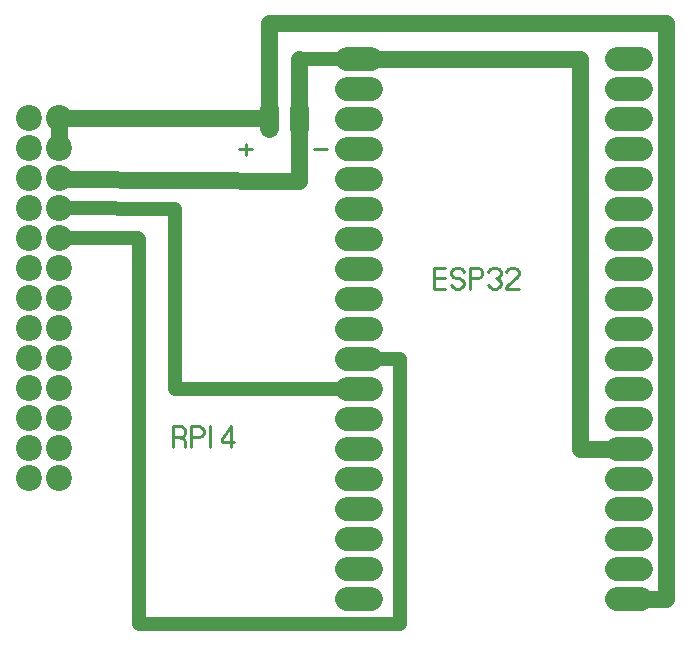
<source format=gbr>
%FSLAX34Y34*%
%MOMM*%
%LNCOPPER_BOTTOM*%
G71*
G01*
%ADD10C,2.000*%
%ADD11C,2.200*%
%ADD12C,1.200*%
%ADD13C,1.600*%
%ADD14C,0.222*%
%ADD15C,1.400*%
%LPD*%
G54D10*
X282100Y490918D02*
X302100Y490918D01*
G54D10*
X282100Y465518D02*
X302100Y465518D01*
G54D10*
X282100Y440118D02*
X302100Y440118D01*
G54D10*
X282100Y414718D02*
X302100Y414718D01*
G54D10*
X282100Y389318D02*
X302100Y389318D01*
G54D10*
X282100Y363918D02*
X302100Y363918D01*
G54D10*
X282100Y338518D02*
X302100Y338518D01*
G54D10*
X282100Y313118D02*
X302100Y313118D01*
G54D10*
X282100Y287718D02*
X302100Y287718D01*
G54D10*
X282100Y262318D02*
X302100Y262318D01*
G54D10*
X282100Y236918D02*
X302100Y236918D01*
G54D10*
X282100Y211518D02*
X302100Y211518D01*
G54D10*
X282100Y186118D02*
X302100Y186118D01*
G54D10*
X282100Y160718D02*
X302100Y160718D01*
G54D10*
X282100Y135318D02*
X302100Y135318D01*
G54D10*
X282100Y109918D02*
X302100Y109918D01*
G54D10*
X282100Y84518D02*
X302100Y84518D01*
G54D10*
X282100Y59118D02*
X302100Y59118D01*
G54D10*
X282100Y33718D02*
X302100Y33718D01*
G54D10*
X510700Y490918D02*
X530700Y490918D01*
G54D10*
X510700Y465518D02*
X530700Y465518D01*
G54D10*
X510700Y440118D02*
X530700Y440118D01*
G54D10*
X510700Y414718D02*
X530700Y414718D01*
G54D10*
X510700Y389318D02*
X530700Y389318D01*
G54D10*
X510700Y363918D02*
X530700Y363918D01*
G54D10*
X510700Y338518D02*
X530700Y338518D01*
G54D10*
X510700Y313118D02*
X530700Y313118D01*
G54D10*
X510700Y287718D02*
X530700Y287718D01*
G54D10*
X510700Y262318D02*
X530700Y262318D01*
G54D10*
X510700Y236918D02*
X530700Y236918D01*
G54D10*
X510700Y211518D02*
X530700Y211518D01*
G54D10*
X510700Y186118D02*
X530700Y186118D01*
G54D10*
X510700Y160718D02*
X530700Y160718D01*
G54D10*
X510700Y135318D02*
X530700Y135318D01*
G54D10*
X510700Y109918D02*
X530700Y109918D01*
G54D10*
X510700Y84518D02*
X530700Y84518D01*
G54D10*
X510700Y59118D02*
X530700Y59118D01*
G54D10*
X510700Y33718D02*
X530700Y33718D01*
X38500Y136545D02*
G54D11*
D03*
X38500Y161945D02*
G54D11*
D03*
X38500Y187345D02*
G54D11*
D03*
X38500Y212745D02*
G54D11*
D03*
X38500Y238145D02*
G54D11*
D03*
X38500Y263545D02*
G54D11*
D03*
X38500Y288945D02*
G54D11*
D03*
X38500Y314345D02*
G54D11*
D03*
X38500Y339745D02*
G54D11*
D03*
X38500Y365145D02*
G54D11*
D03*
X38500Y390545D02*
G54D11*
D03*
X38500Y415945D02*
G54D11*
D03*
X38500Y441345D02*
G54D11*
D03*
X13100Y136545D02*
G54D11*
D03*
X13100Y161945D02*
G54D11*
D03*
X13100Y187345D02*
G54D11*
D03*
X13100Y212745D02*
G54D11*
D03*
X13100Y238145D02*
G54D11*
D03*
X13100Y263545D02*
G54D11*
D03*
X13100Y288945D02*
G54D11*
D03*
X13100Y314345D02*
G54D11*
D03*
X13100Y339745D02*
G54D11*
D03*
X13100Y365145D02*
G54D11*
D03*
X13100Y390545D02*
G54D11*
D03*
X13100Y415945D02*
G54D11*
D03*
X13100Y441345D02*
G54D11*
D03*
G54D12*
X292100Y211518D02*
X136525Y211518D01*
X136525Y363918D01*
X38500Y365145D01*
G54D13*
X241300Y432864D02*
X241300Y448864D01*
G54D13*
X215900Y432864D02*
X215900Y448864D01*
G54D14*
X190900Y414566D02*
X201567Y414566D01*
G54D14*
X196233Y410122D02*
X196233Y419010D01*
G54D14*
X254400Y414566D02*
X265067Y414566D01*
G54D14*
X365335Y296568D02*
X356002Y296568D01*
X356002Y314346D01*
X365335Y314346D01*
G54D14*
X356002Y305457D02*
X365335Y305457D01*
G54D14*
X370224Y299901D02*
X371557Y297679D01*
X374224Y296568D01*
X376890Y296568D01*
X379557Y297679D01*
X380890Y299901D01*
X380890Y302123D01*
X379557Y304346D01*
X376890Y305457D01*
X374224Y305457D01*
X371557Y306568D01*
X370224Y308790D01*
X370224Y311012D01*
X371557Y313235D01*
X374224Y314346D01*
X376890Y314346D01*
X379557Y313235D01*
X380890Y311012D01*
G54D14*
X385780Y296568D02*
X385780Y314346D01*
X392446Y314346D01*
X395113Y313235D01*
X396446Y311012D01*
X396446Y308790D01*
X395113Y306568D01*
X392446Y305457D01*
X385780Y305457D01*
G54D14*
X401336Y311012D02*
X402669Y313235D01*
X405336Y314346D01*
X408002Y314346D01*
X410669Y313235D01*
X412002Y311012D01*
X412002Y308790D01*
X410669Y306568D01*
X408002Y305457D01*
X410669Y304346D01*
X412002Y302123D01*
X412002Y299901D01*
X410669Y297679D01*
X408002Y296568D01*
X405336Y296568D01*
X402669Y297679D01*
X401336Y299901D01*
G54D14*
X427558Y296568D02*
X416892Y296568D01*
X416892Y297679D01*
X418225Y299901D01*
X426225Y306568D01*
X427558Y308790D01*
X427558Y311012D01*
X426225Y313235D01*
X423558Y314346D01*
X420892Y314346D01*
X418225Y313235D01*
X416892Y311012D01*
G54D14*
X139877Y171164D02*
X143877Y168941D01*
X145210Y166719D01*
X145210Y162275D01*
G54D14*
X134544Y162275D02*
X134544Y180052D01*
X141210Y180052D01*
X143877Y178941D01*
X145210Y176719D01*
X145210Y174497D01*
X143877Y172275D01*
X141210Y171164D01*
X134544Y171164D01*
G54D14*
X150100Y162275D02*
X150100Y180052D01*
X156766Y180052D01*
X159433Y178941D01*
X160766Y176719D01*
X160766Y174497D01*
X159433Y172275D01*
X156766Y171164D01*
X150100Y171164D01*
G54D14*
X165656Y162275D02*
X165656Y180052D01*
G54D14*
X183701Y162275D02*
X183701Y180052D01*
X175701Y168941D01*
X175701Y166719D01*
X186367Y166719D01*
G54D15*
X38100Y389318D02*
X240900Y388091D01*
X241300Y440864D01*
G54D12*
X292100Y490918D02*
X241300Y490918D01*
G54D15*
X520700Y160718D02*
X479425Y160718D01*
X479425Y490918D01*
X292100Y490918D01*
G54D15*
X520700Y33718D02*
X552450Y33734D01*
X552053Y521493D01*
X215900Y521493D01*
X215900Y440864D01*
G54D12*
X38500Y339745D02*
X105151Y339745D01*
X105966Y338931D01*
X105569Y12303D01*
X327025Y12303D01*
X327025Y236934D01*
X292100Y236918D01*
G54D15*
X38500Y441345D02*
X38500Y415945D01*
G54D15*
X38500Y441345D02*
X215418Y441345D01*
X215900Y440864D01*
G54D15*
X241300Y490918D02*
X241300Y440864D01*
M02*

</source>
